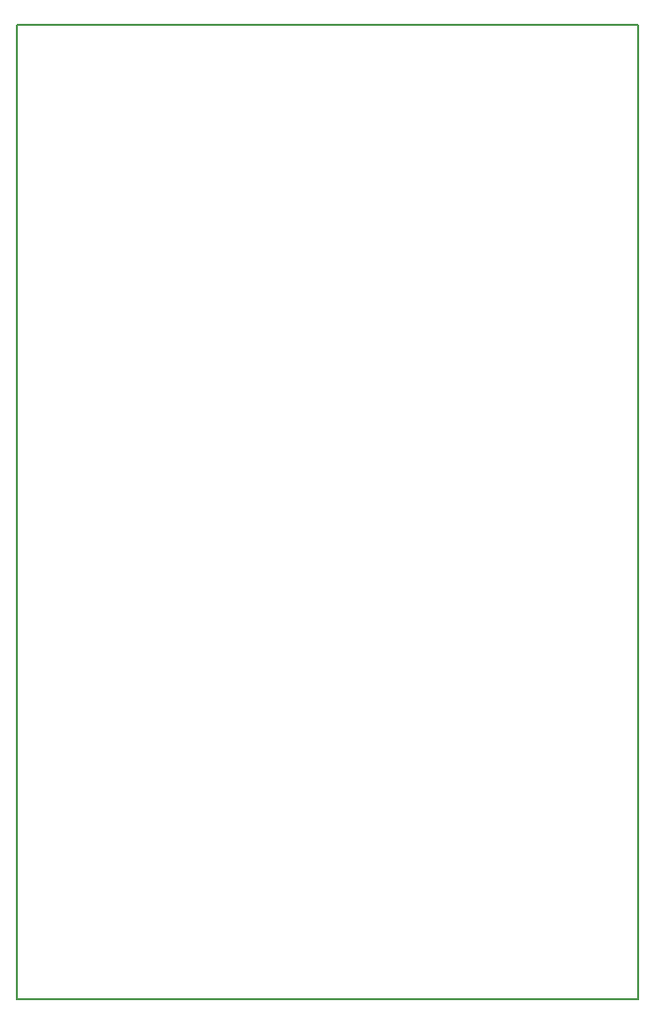
<source format=gko>
G04 DipTrace 3.1.0.1*
G04 09342-02_pranvokua9_0_1.gko*
%MOMM*%
G04 #@! TF.FileFunction,Profile*
G04 #@! TF.Part,Single*
%ADD11C,0.14*%
%FSLAX35Y35*%
G04*
G71*
G90*
G75*
G01*
G04 BoardOutline*
%LPD*%
X1000800Y1000800D2*
D11*
X6300800D1*
Y9300800D1*
X1000800D1*
Y1000800D1*
M02*

</source>
